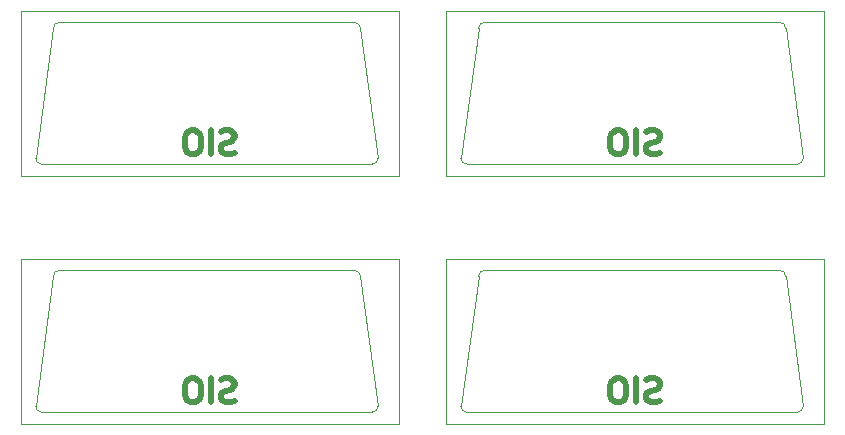
<source format=gbr>
%TF.GenerationSoftware,KiCad,Pcbnew,8.0.3*%
%TF.CreationDate,2024-06-19T11:52:11-04:00*%
%TF.ProjectId,SioHub,53696f48-7562-42e6-9b69-6361645f7063,rev?*%
%TF.SameCoordinates,Original*%
%TF.FileFunction,Legend,Bot*%
%TF.FilePolarity,Positive*%
%FSLAX46Y46*%
G04 Gerber Fmt 4.6, Leading zero omitted, Abs format (unit mm)*
G04 Created by KiCad (PCBNEW 8.0.3) date 2024-06-19 11:52:11*
%MOMM*%
%LPD*%
G01*
G04 APERTURE LIST*
%ADD10C,0.500000*%
%ADD11C,0.120000*%
G04 APERTURE END LIST*
D10*
X140095237Y-69054000D02*
X139809523Y-69149238D01*
X139809523Y-69149238D02*
X139333332Y-69149238D01*
X139333332Y-69149238D02*
X139142856Y-69054000D01*
X139142856Y-69054000D02*
X139047618Y-68958761D01*
X139047618Y-68958761D02*
X138952380Y-68768285D01*
X138952380Y-68768285D02*
X138952380Y-68577809D01*
X138952380Y-68577809D02*
X139047618Y-68387333D01*
X139047618Y-68387333D02*
X139142856Y-68292095D01*
X139142856Y-68292095D02*
X139333332Y-68196857D01*
X139333332Y-68196857D02*
X139714285Y-68101619D01*
X139714285Y-68101619D02*
X139904761Y-68006380D01*
X139904761Y-68006380D02*
X139999999Y-67911142D01*
X139999999Y-67911142D02*
X140095237Y-67720666D01*
X140095237Y-67720666D02*
X140095237Y-67530190D01*
X140095237Y-67530190D02*
X139999999Y-67339714D01*
X139999999Y-67339714D02*
X139904761Y-67244476D01*
X139904761Y-67244476D02*
X139714285Y-67149238D01*
X139714285Y-67149238D02*
X139238094Y-67149238D01*
X139238094Y-67149238D02*
X138952380Y-67244476D01*
X138095237Y-69149238D02*
X138095237Y-67149238D01*
X136761904Y-67149238D02*
X136380951Y-67149238D01*
X136380951Y-67149238D02*
X136190475Y-67244476D01*
X136190475Y-67244476D02*
X135999999Y-67434952D01*
X135999999Y-67434952D02*
X135904761Y-67815904D01*
X135904761Y-67815904D02*
X135904761Y-68482571D01*
X135904761Y-68482571D02*
X135999999Y-68863523D01*
X135999999Y-68863523D02*
X136190475Y-69054000D01*
X136190475Y-69054000D02*
X136380951Y-69149238D01*
X136380951Y-69149238D02*
X136761904Y-69149238D01*
X136761904Y-69149238D02*
X136952380Y-69054000D01*
X136952380Y-69054000D02*
X137142856Y-68863523D01*
X137142856Y-68863523D02*
X137238094Y-68482571D01*
X137238094Y-68482571D02*
X137238094Y-67815904D01*
X137238094Y-67815904D02*
X137142856Y-67434952D01*
X137142856Y-67434952D02*
X136952380Y-67244476D01*
X136952380Y-67244476D02*
X136761904Y-67149238D01*
X104095237Y-90054000D02*
X103809523Y-90149238D01*
X103809523Y-90149238D02*
X103333332Y-90149238D01*
X103333332Y-90149238D02*
X103142856Y-90054000D01*
X103142856Y-90054000D02*
X103047618Y-89958761D01*
X103047618Y-89958761D02*
X102952380Y-89768285D01*
X102952380Y-89768285D02*
X102952380Y-89577809D01*
X102952380Y-89577809D02*
X103047618Y-89387333D01*
X103047618Y-89387333D02*
X103142856Y-89292095D01*
X103142856Y-89292095D02*
X103333332Y-89196857D01*
X103333332Y-89196857D02*
X103714285Y-89101619D01*
X103714285Y-89101619D02*
X103904761Y-89006380D01*
X103904761Y-89006380D02*
X103999999Y-88911142D01*
X103999999Y-88911142D02*
X104095237Y-88720666D01*
X104095237Y-88720666D02*
X104095237Y-88530190D01*
X104095237Y-88530190D02*
X103999999Y-88339714D01*
X103999999Y-88339714D02*
X103904761Y-88244476D01*
X103904761Y-88244476D02*
X103714285Y-88149238D01*
X103714285Y-88149238D02*
X103238094Y-88149238D01*
X103238094Y-88149238D02*
X102952380Y-88244476D01*
X102095237Y-90149238D02*
X102095237Y-88149238D01*
X100761904Y-88149238D02*
X100380951Y-88149238D01*
X100380951Y-88149238D02*
X100190475Y-88244476D01*
X100190475Y-88244476D02*
X99999999Y-88434952D01*
X99999999Y-88434952D02*
X99904761Y-88815904D01*
X99904761Y-88815904D02*
X99904761Y-89482571D01*
X99904761Y-89482571D02*
X99999999Y-89863523D01*
X99999999Y-89863523D02*
X100190475Y-90054000D01*
X100190475Y-90054000D02*
X100380951Y-90149238D01*
X100380951Y-90149238D02*
X100761904Y-90149238D01*
X100761904Y-90149238D02*
X100952380Y-90054000D01*
X100952380Y-90054000D02*
X101142856Y-89863523D01*
X101142856Y-89863523D02*
X101238094Y-89482571D01*
X101238094Y-89482571D02*
X101238094Y-88815904D01*
X101238094Y-88815904D02*
X101142856Y-88434952D01*
X101142856Y-88434952D02*
X100952380Y-88244476D01*
X100952380Y-88244476D02*
X100761904Y-88149238D01*
X104095237Y-69054000D02*
X103809523Y-69149238D01*
X103809523Y-69149238D02*
X103333332Y-69149238D01*
X103333332Y-69149238D02*
X103142856Y-69054000D01*
X103142856Y-69054000D02*
X103047618Y-68958761D01*
X103047618Y-68958761D02*
X102952380Y-68768285D01*
X102952380Y-68768285D02*
X102952380Y-68577809D01*
X102952380Y-68577809D02*
X103047618Y-68387333D01*
X103047618Y-68387333D02*
X103142856Y-68292095D01*
X103142856Y-68292095D02*
X103333332Y-68196857D01*
X103333332Y-68196857D02*
X103714285Y-68101619D01*
X103714285Y-68101619D02*
X103904761Y-68006380D01*
X103904761Y-68006380D02*
X103999999Y-67911142D01*
X103999999Y-67911142D02*
X104095237Y-67720666D01*
X104095237Y-67720666D02*
X104095237Y-67530190D01*
X104095237Y-67530190D02*
X103999999Y-67339714D01*
X103999999Y-67339714D02*
X103904761Y-67244476D01*
X103904761Y-67244476D02*
X103714285Y-67149238D01*
X103714285Y-67149238D02*
X103238094Y-67149238D01*
X103238094Y-67149238D02*
X102952380Y-67244476D01*
X102095237Y-69149238D02*
X102095237Y-67149238D01*
X100761904Y-67149238D02*
X100380951Y-67149238D01*
X100380951Y-67149238D02*
X100190475Y-67244476D01*
X100190475Y-67244476D02*
X99999999Y-67434952D01*
X99999999Y-67434952D02*
X99904761Y-67815904D01*
X99904761Y-67815904D02*
X99904761Y-68482571D01*
X99904761Y-68482571D02*
X99999999Y-68863523D01*
X99999999Y-68863523D02*
X100190475Y-69054000D01*
X100190475Y-69054000D02*
X100380951Y-69149238D01*
X100380951Y-69149238D02*
X100761904Y-69149238D01*
X100761904Y-69149238D02*
X100952380Y-69054000D01*
X100952380Y-69054000D02*
X101142856Y-68863523D01*
X101142856Y-68863523D02*
X101238094Y-68482571D01*
X101238094Y-68482571D02*
X101238094Y-67815904D01*
X101238094Y-67815904D02*
X101142856Y-67434952D01*
X101142856Y-67434952D02*
X100952380Y-67244476D01*
X100952380Y-67244476D02*
X100761904Y-67149238D01*
X140095237Y-90054000D02*
X139809523Y-90149238D01*
X139809523Y-90149238D02*
X139333332Y-90149238D01*
X139333332Y-90149238D02*
X139142856Y-90054000D01*
X139142856Y-90054000D02*
X139047618Y-89958761D01*
X139047618Y-89958761D02*
X138952380Y-89768285D01*
X138952380Y-89768285D02*
X138952380Y-89577809D01*
X138952380Y-89577809D02*
X139047618Y-89387333D01*
X139047618Y-89387333D02*
X139142856Y-89292095D01*
X139142856Y-89292095D02*
X139333332Y-89196857D01*
X139333332Y-89196857D02*
X139714285Y-89101619D01*
X139714285Y-89101619D02*
X139904761Y-89006380D01*
X139904761Y-89006380D02*
X139999999Y-88911142D01*
X139999999Y-88911142D02*
X140095237Y-88720666D01*
X140095237Y-88720666D02*
X140095237Y-88530190D01*
X140095237Y-88530190D02*
X139999999Y-88339714D01*
X139999999Y-88339714D02*
X139904761Y-88244476D01*
X139904761Y-88244476D02*
X139714285Y-88149238D01*
X139714285Y-88149238D02*
X139238094Y-88149238D01*
X139238094Y-88149238D02*
X138952380Y-88244476D01*
X138095237Y-90149238D02*
X138095237Y-88149238D01*
X136761904Y-88149238D02*
X136380951Y-88149238D01*
X136380951Y-88149238D02*
X136190475Y-88244476D01*
X136190475Y-88244476D02*
X135999999Y-88434952D01*
X135999999Y-88434952D02*
X135904761Y-88815904D01*
X135904761Y-88815904D02*
X135904761Y-89482571D01*
X135904761Y-89482571D02*
X135999999Y-89863523D01*
X135999999Y-89863523D02*
X136190475Y-90054000D01*
X136190475Y-90054000D02*
X136380951Y-90149238D01*
X136380951Y-90149238D02*
X136761904Y-90149238D01*
X136761904Y-90149238D02*
X136952380Y-90054000D01*
X136952380Y-90054000D02*
X137142856Y-89863523D01*
X137142856Y-89863523D02*
X137238094Y-89482571D01*
X137238094Y-89482571D02*
X137238094Y-88815904D01*
X137238094Y-88815904D02*
X137142856Y-88434952D01*
X137142856Y-88434952D02*
X136952380Y-88244476D01*
X136952380Y-88244476D02*
X136761904Y-88149238D01*
D11*
%TO.C,SIO1*%
X122000000Y-57000000D02*
X154000000Y-57000000D01*
X122000000Y-71000000D02*
X122000000Y-57000000D01*
X123250000Y-69500000D02*
X124750000Y-58500000D01*
X137750000Y-58000000D02*
X125250000Y-58000000D01*
X137750000Y-58000000D02*
X150250000Y-58000000D01*
X150750000Y-58500000D02*
X152250000Y-69500000D01*
X151750000Y-70000000D02*
X123750000Y-70000000D01*
X154000000Y-57000000D02*
X154000000Y-71000000D01*
X154000000Y-71000000D02*
X122000000Y-71000000D01*
X123750000Y-70000000D02*
G75*
G02*
X123250000Y-69500000I1J500001D01*
G01*
X124750000Y-58500000D02*
G75*
G02*
X125250000Y-58000000I500001J-1D01*
G01*
X150250000Y-58000000D02*
G75*
G02*
X150750000Y-58500000I0J-500000D01*
G01*
X152250000Y-69500000D02*
G75*
G02*
X151750000Y-70000000I-500000J0D01*
G01*
%TO.C,SIO2*%
X86000000Y-78000000D02*
X118000000Y-78000000D01*
X86000000Y-92000000D02*
X86000000Y-78000000D01*
X87250000Y-90500000D02*
X88750000Y-79500000D01*
X101750000Y-79000000D02*
X89250000Y-79000000D01*
X101750000Y-79000000D02*
X114250000Y-79000000D01*
X114750000Y-79500000D02*
X116250000Y-90500000D01*
X115750000Y-91000000D02*
X87750000Y-91000000D01*
X118000000Y-78000000D02*
X118000000Y-92000000D01*
X118000000Y-92000000D02*
X86000000Y-92000000D01*
X87750000Y-91000000D02*
G75*
G02*
X87250000Y-90500000I1J500001D01*
G01*
X88750000Y-79500000D02*
G75*
G02*
X89250000Y-79000000I500001J-1D01*
G01*
X114250000Y-79000000D02*
G75*
G02*
X114750000Y-79500000I0J-500000D01*
G01*
X116250000Y-90500000D02*
G75*
G02*
X115750000Y-91000000I-500000J0D01*
G01*
%TO.C,SIO0*%
X86000000Y-57000000D02*
X118000000Y-57000000D01*
X86000000Y-71000000D02*
X86000000Y-57000000D01*
X87250000Y-69500000D02*
X88750000Y-58500000D01*
X101750000Y-58000000D02*
X89250000Y-58000000D01*
X101750000Y-58000000D02*
X114250000Y-58000000D01*
X114750000Y-58500000D02*
X116250000Y-69500000D01*
X115750000Y-70000000D02*
X87750000Y-70000000D01*
X118000000Y-57000000D02*
X118000000Y-71000000D01*
X118000000Y-71000000D02*
X86000000Y-71000000D01*
X87750000Y-70000000D02*
G75*
G02*
X87250000Y-69500000I1J500001D01*
G01*
X88750000Y-58500000D02*
G75*
G02*
X89250000Y-58000000I500001J-1D01*
G01*
X114250000Y-58000000D02*
G75*
G02*
X114750000Y-58500000I0J-500000D01*
G01*
X116250000Y-69500000D02*
G75*
G02*
X115750000Y-70000000I-500000J0D01*
G01*
%TO.C,SIO3*%
X122000000Y-78000000D02*
X154000000Y-78000000D01*
X122000000Y-92000000D02*
X122000000Y-78000000D01*
X123250000Y-90500000D02*
X124750000Y-79500000D01*
X137750000Y-79000000D02*
X125250000Y-79000000D01*
X137750000Y-79000000D02*
X150250000Y-79000000D01*
X150750000Y-79500000D02*
X152250000Y-90500000D01*
X151750000Y-91000000D02*
X123750000Y-91000000D01*
X154000000Y-78000000D02*
X154000000Y-92000000D01*
X154000000Y-92000000D02*
X122000000Y-92000000D01*
X123750000Y-91000000D02*
G75*
G02*
X123250000Y-90500000I1J500001D01*
G01*
X124750000Y-79500000D02*
G75*
G02*
X125250000Y-79000000I500001J-1D01*
G01*
X150250000Y-79000000D02*
G75*
G02*
X150750000Y-79500000I0J-500000D01*
G01*
X152250000Y-90500000D02*
G75*
G02*
X151750000Y-91000000I-500000J0D01*
G01*
%TD*%
M02*

</source>
